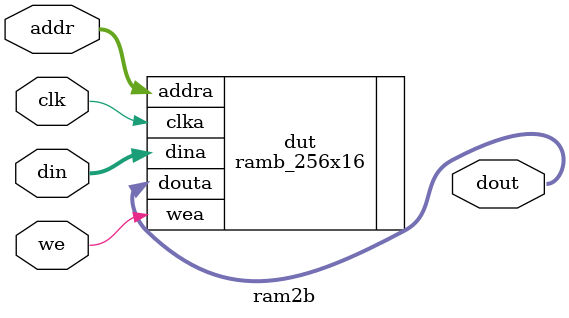
<source format=v>
`timescale 1ns / 1ps
/***********************************************************************
 *
 * Author:   Edward Mares
 * Partner:  Victor Espinoza
 * Email:    eddy.mares@gmail.com
 * Filename: ram2b.v
 * Date:     December 05, 2013
 * Version:  1.0
 *
 * Notes:    2nd ram module for the RISC 16-bit processor.
 *
 **********************************************************************/
module ram2b(
    //inputs
    input         clk,
    input         we,
    input [7:0]   addr,
    input [15:0]  din,
    //outputs
    output [15:0] dout
    );
    
   //----------- Begin Cut here for INSTANTIATION Template ---// INST_TAG
   ramb_256x16 dut (
      .clka(clk),
      .wea(we), // Bus [0 : 0] 
      .addra(addr), // Bus [7 : 0] 
      .dina(din), // Bus [15 : 0] 
      .douta(dout)); // Bus [15 : 0] 

   // INST_TAG_END ------ End INSTANTIATION Template ---------


endmodule

</source>
